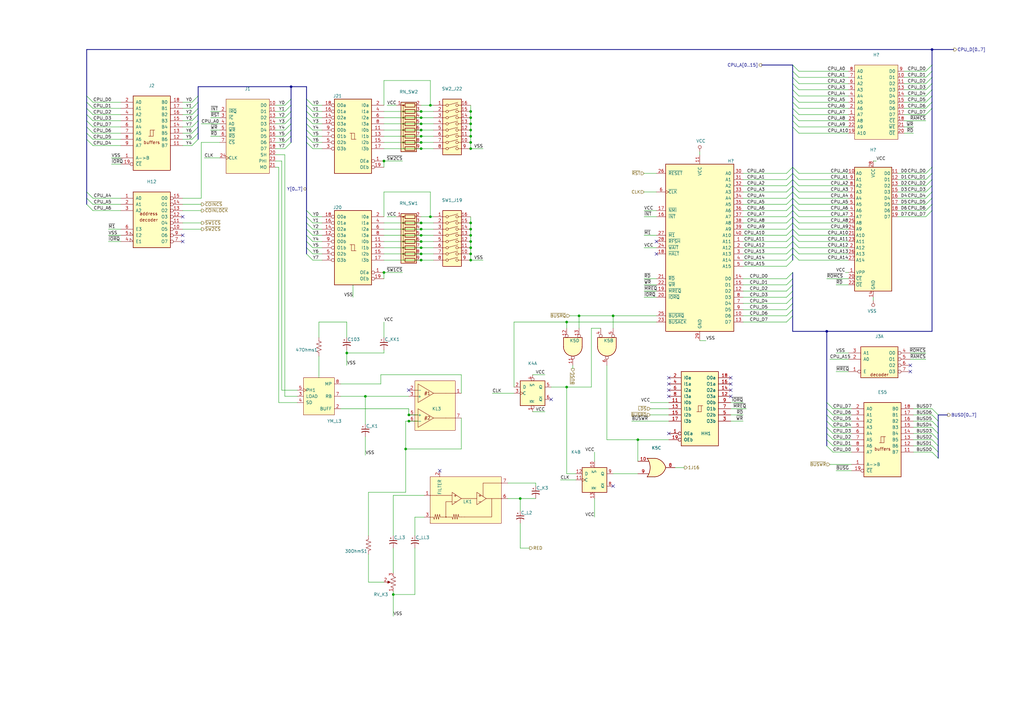
<source format=kicad_sch>
(kicad_sch (version 20211123) (generator eeschema)
  (paper "A3")
  (title_block (title "Kyukyoku Tiger -Bootleg-") (date "2022-04-29") (rev "J. Tejada") (company "JOTEGO") (comment 1 "JOTEGO"))
  (junction (at 149.86 162.56))
  (junction (at 213.36 204.47))
  (junction (at 172.72 104.14))
  (junction (at 193.04 104.14))
  (junction (at 193.04 53.34))
  (junction (at 167.7162 172.72))
  (junction (at 172.72 91.44))
  (junction (at 193.04 91.44))
  (junction (at 251.46 129.54))
  (junction (at 161.29 243.84))
  (junction (at 172.72 48.26))
  (junction (at 157.48 66.04))
  (junction (at 172.72 60.96))
  (junction (at 172.72 96.52))
  (junction (at 193.04 55.88))
  (junction (at 261.62 180.34))
  (junction (at 167.7162 170.18))
  (junction (at 172.72 58.42))
  (junction (at 193.04 106.68))
  (junction (at 142.24 144.78))
  (junction (at 172.72 55.88))
  (junction (at 193.04 99.06))
  (junction (at 193.04 45.72))
  (junction (at 172.72 93.98))
  (junction (at 172.72 99.06))
  (junction (at 166.37 184.15))
  (junction (at 172.72 106.68))
  (junction (at 176.53 88.9))
  (junction (at 193.04 50.8))
  (junction (at 119.38 35.56))
  (junction (at 172.72 50.8))
  (junction (at 193.04 96.52))
  (junction (at 172.72 45.72))
  (junction (at 193.04 93.98))
  (junction (at 193.04 58.42))
  (junction (at 193.04 101.6))
  (junction (at 172.72 53.34))
  (junction (at 232.41 132.08))
  (junction (at 232.41 158.75))
  (junction (at 237.49 129.54))
  (junction (at 172.72 101.6))
  (junction (at 193.04 48.26))
  (junction (at 176.53 43.18))
  (junction (at 157.48 111.76))
  (junction (at 339.09 135.89))
  (junction (at 193.04 60.96))
  (junction (at 382.27 20.32))
  (no_connect (at 274.32 157.48))
  (no_connect (at 373.38 152.4))
  (no_connect (at 373.38 149.86))
  (no_connect (at 299.72 162.56))
  (no_connect (at 251.46 199.39))
  (no_connect (at 299.72 157.48))
  (no_connect (at 269.24 99.06))
  (no_connect (at 274.32 177.8))
  (no_connect (at 269.24 104.14))
  (no_connect (at 226.06 163.83))
  (no_connect (at 274.32 162.56))
  (no_connect (at 167.64 160.02))
  (no_connect (at 74.93 99.06))
  (no_connect (at 74.93 96.52))
  (no_connect (at 180.34 193.04))
  (no_connect (at 274.32 160.02))
  (no_connect (at 299.72 154.94))
  (no_connect (at 274.32 154.94))
  (no_connect (at 299.72 160.02))
  (no_connect (at 74.93 88.9))
  (bus_entry (at 325.12 81.28) (size -2.54 2.54))
  (bus_entry (at 325.12 111.76) (size -2.54 2.54))
  (bus_entry (at 339.09 170.18) (size 2.54 2.54))
  (bus_entry (at 125.73 86.36) (size 2.54 2.54))
  (bus_entry (at 325.12 91.44) (size -2.54 2.54))
  (bus_entry (at 325.12 88.9) (size -2.54 2.54))
  (bus_entry (at 325.12 114.3) (size -2.54 2.54))
  (bus_entry (at 382.27 185.42) (size 2.54 2.54))
  (bus_entry (at 382.27 83.82) (size -2.54 2.54))
  (bus_entry (at 119.38 45.72) (size -2.54 2.54))
  (bus_entry (at 35.56 78.74) (size 2.54 2.54))
  (bus_entry (at 125.73 40.64) (size 2.54 2.54))
  (bus_entry (at 339.09 165.1) (size 2.54 2.54))
  (bus_entry (at 325.12 44.45) (size 2.54 2.54))
  (bus_entry (at 325.12 101.6) (size -2.54 2.54))
  (bus_entry (at 325.12 68.58) (size -2.54 2.54))
  (bus_entry (at 325.12 78.74) (size -2.54 2.54))
  (bus_entry (at 125.73 104.14) (size 2.54 2.54))
  (bus_entry (at 81.28 41.91) (size -2.54 2.54))
  (bus_entry (at 382.27 170.18) (size 2.54 2.54))
  (bus_entry (at 325.12 68.58) (size 2.54 2.54))
  (bus_entry (at 325.12 91.44) (size 2.54 2.54))
  (bus_entry (at 35.56 39.37) (size 2.54 2.54))
  (bus_entry (at 382.27 73.66) (size -2.54 2.54))
  (bus_entry (at 325.12 127) (size -2.54 2.54))
  (bus_entry (at 325.12 101.6) (size 2.54 2.54))
  (bus_entry (at 325.12 49.53) (size 2.54 2.54))
  (bus_entry (at 325.12 121.92) (size -2.54 2.54))
  (bus_entry (at 325.12 31.75) (size 2.54 2.54))
  (bus_entry (at 325.12 86.36) (size 2.54 2.54))
  (bus_entry (at 35.56 81.28) (size 2.54 2.54))
  (bus_entry (at 325.12 83.82) (size -2.54 2.54))
  (bus_entry (at 325.12 106.68) (size -2.54 2.54))
  (bus_entry (at 119.38 43.18) (size -2.54 2.54))
  (bus_entry (at 325.12 34.29) (size 2.54 2.54))
  (bus_entry (at 382.27 31.75) (size -2.54 2.54))
  (bus_entry (at 125.73 48.26) (size 2.54 2.54))
  (bus_entry (at 81.28 44.45) (size -2.54 2.54))
  (bus_entry (at 382.27 26.67) (size -2.54 2.54))
  (bus_entry (at 119.38 58.42) (size -2.54 2.54))
  (bus_entry (at 325.12 78.74) (size 2.54 2.54))
  (bus_entry (at 382.27 76.2) (size -2.54 2.54))
  (bus_entry (at 35.56 52.07) (size 2.54 2.54))
  (bus_entry (at 325.12 29.21) (size 2.54 2.54))
  (bus_entry (at 325.12 99.06) (size -2.54 2.54))
  (bus_entry (at 325.12 96.52) (size 2.54 2.54))
  (bus_entry (at 81.28 57.15) (size -2.54 2.54))
  (bus_entry (at 382.27 68.58) (size -2.54 2.54))
  (bus_entry (at 325.12 99.06) (size 2.54 2.54))
  (bus_entry (at 382.27 36.83) (size -2.54 2.54))
  (bus_entry (at 81.28 49.53) (size -2.54 2.54))
  (bus_entry (at 35.56 54.61) (size 2.54 2.54))
  (bus_entry (at 325.12 76.2) (size 2.54 2.54))
  (bus_entry (at 325.12 86.36) (size -2.54 2.54))
  (bus_entry (at 325.12 71.12) (size -2.54 2.54))
  (bus_entry (at 382.27 34.29) (size -2.54 2.54))
  (bus_entry (at 325.12 73.66) (size -2.54 2.54))
  (bus_entry (at 339.09 177.8) (size 2.54 2.54))
  (bus_entry (at 325.12 71.12) (size 2.54 2.54))
  (bus_entry (at 325.12 39.37) (size 2.54 2.54))
  (bus_entry (at 325.12 104.14) (size -2.54 2.54))
  (bus_entry (at 382.27 41.91) (size -2.54 2.54))
  (bus_entry (at 125.73 101.6) (size 2.54 2.54))
  (bus_entry (at 382.27 86.36) (size -2.54 2.54))
  (bus_entry (at 119.38 50.8) (size -2.54 2.54))
  (bus_entry (at 325.12 52.07) (size 2.54 2.54))
  (bus_entry (at 382.27 180.34) (size 2.54 2.54))
  (bus_entry (at 382.27 71.12) (size -2.54 2.54))
  (bus_entry (at 81.28 39.37) (size -2.54 2.54))
  (bus_entry (at 325.12 129.54) (size -2.54 2.54))
  (bus_entry (at 125.73 91.44) (size 2.54 2.54))
  (bus_entry (at 325.12 36.83) (size 2.54 2.54))
  (bus_entry (at 35.56 57.15) (size 2.54 2.54))
  (bus_entry (at 35.56 83.82) (size 2.54 2.54))
  (bus_entry (at 125.73 53.34) (size 2.54 2.54))
  (bus_entry (at 325.12 124.46) (size -2.54 2.54))
  (bus_entry (at 125.73 55.88) (size 2.54 2.54))
  (bus_entry (at 382.27 177.8) (size 2.54 2.54))
  (bus_entry (at 325.12 83.82) (size 2.54 2.54))
  (bus_entry (at 125.73 99.06) (size 2.54 2.54))
  (bus_entry (at 325.12 73.66) (size 2.54 2.54))
  (bus_entry (at 325.12 46.99) (size 2.54 2.54))
  (bus_entry (at 81.28 46.99) (size -2.54 2.54))
  (bus_entry (at 325.12 88.9) (size 2.54 2.54))
  (bus_entry (at 125.73 58.42) (size 2.54 2.54))
  (bus_entry (at 339.09 180.34) (size 2.54 2.54))
  (bus_entry (at 325.12 93.98) (size -2.54 2.54))
  (bus_entry (at 119.38 40.64) (size -2.54 2.54))
  (bus_entry (at 325.12 41.91) (size 2.54 2.54))
  (bus_entry (at 382.27 175.26) (size 2.54 2.54))
  (bus_entry (at 119.38 53.34) (size -2.54 2.54))
  (bus_entry (at 125.73 50.8) (size 2.54 2.54))
  (bus_entry (at 325.12 96.52) (size -2.54 2.54))
  (bus_entry (at 325.12 104.14) (size 2.54 2.54))
  (bus_entry (at 382.27 172.72) (size 2.54 2.54))
  (bus_entry (at 35.56 49.53) (size 2.54 2.54))
  (bus_entry (at 325.12 26.67) (size 2.54 2.54))
  (bus_entry (at 339.09 182.88) (size 2.54 2.54))
  (bus_entry (at 325.12 81.28) (size 2.54 2.54))
  (bus_entry (at 339.09 175.26) (size 2.54 2.54))
  (bus_entry (at 382.27 81.28) (size -2.54 2.54))
  (bus_entry (at 325.12 76.2) (size -2.54 2.54))
  (bus_entry (at 125.73 43.18) (size 2.54 2.54))
  (bus_entry (at 382.27 44.45) (size -2.54 2.54))
  (bus_entry (at 325.12 116.84) (size -2.54 2.54))
  (bus_entry (at 125.73 96.52) (size 2.54 2.54))
  (bus_entry (at 35.56 41.91) (size 2.54 2.54))
  (bus_entry (at 125.73 88.9) (size 2.54 2.54))
  (bus_entry (at 382.27 39.37) (size -2.54 2.54))
  (bus_entry (at 35.56 46.99) (size 2.54 2.54))
  (bus_entry (at 125.73 93.98) (size 2.54 2.54))
  (bus_entry (at 382.27 167.64) (size 2.54 2.54))
  (bus_entry (at 325.12 119.38) (size -2.54 2.54))
  (bus_entry (at 125.73 45.72) (size 2.54 2.54))
  (bus_entry (at 325.12 93.98) (size 2.54 2.54))
  (bus_entry (at 339.09 172.72) (size 2.54 2.54))
  (bus_entry (at 382.27 182.88) (size 2.54 2.54))
  (bus_entry (at 119.38 48.26) (size -2.54 2.54))
  (bus_entry (at 35.56 44.45) (size 2.54 2.54))
  (bus_entry (at 382.27 78.74) (size -2.54 2.54))
  (bus_entry (at 81.28 54.61) (size -2.54 2.54))
  (bus_entry (at 382.27 29.21) (size -2.54 2.54))
  (bus_entry (at 339.09 167.64) (size 2.54 2.54))
  (bus_entry (at 81.28 52.07) (size -2.54 2.54))
  (bus_entry (at 119.38 55.88) (size -2.54 2.54))
  (bus (pts (xy 119.38 43.18) (xy 119.38 45.72)))
  (wire (pts (xy 38.1 44.45) (xy 49.53 44.45)))
  (wire (pts (xy 38.1 86.36) (xy 49.53 86.36)))
  (wire (pts (xy 382.27 175.26) (xy 374.65 175.26)))
  (bus (pts (xy 382.27 81.28) (xy 382.27 83.82)))
  (bus (pts (xy 35.56 39.37) (xy 35.56 41.91)))
  (wire (pts (xy 327.66 52.07) (xy 347.98 52.07)))
  (bus (pts (xy 125.73 91.44) (xy 125.73 93.98)))
  (bus (pts (xy 325.12 39.37) (xy 325.12 41.91)))
  (wire (pts (xy 193.04 96.52) (xy 193.04 93.98)))
  (wire (pts (xy 379.73 147.32) (xy 373.38 147.32)))
  (bus (pts (xy 81.28 44.45) (xy 81.28 46.99)))
  (wire (pts (xy 74.93 81.28) (xy 82.55 81.28)))
  (bus (pts (xy 125.73 55.88) (xy 125.73 58.42)))
  (wire (pts (xy 304.8 114.3) (xy 322.58 114.3)))
  (wire (pts (xy 157.48 144.78) (xy 142.24 144.78)))
  (wire (pts (xy 142.24 143.51) (xy 142.24 144.78)))
  (wire (pts (xy 167.64 170.18) (xy 167.7162 170.18)))
  (wire (pts (xy 173.99 212.09) (xy 170.18 212.09)))
  (bus (pts (xy 125.73 35.56) (xy 125.73 40.64)))
  (wire (pts (xy 157.48 48.26) (xy 172.72 48.26)))
  (bus (pts (xy 325.12 81.28) (xy 325.12 83.82)))
  (bus (pts (xy 325.12 36.83) (xy 325.12 39.37)))
  (wire (pts (xy 304.8 129.54) (xy 322.58 129.54)))
  (wire (pts (xy 269.24 114.3) (xy 264.16 114.3)))
  (wire (pts (xy 139.7 167.64) (xy 167.64 167.64)))
  (wire (pts (xy 304.8 93.98) (xy 322.58 93.98)))
  (wire (pts (xy 341.63 175.26) (xy 349.25 175.26)))
  (wire (pts (xy 327.66 101.6) (xy 347.98 101.6)))
  (wire (pts (xy 327.66 83.82) (xy 347.98 83.82)))
  (bus (pts (xy 125.73 96.52) (xy 125.73 99.06)))
  (wire (pts (xy 38.1 57.15) (xy 49.53 57.15)))
  (wire (pts (xy 38.1 46.99) (xy 49.53 46.99)))
  (wire (pts (xy 219.71 198.12) (xy 219.71 199.39)))
  (bus (pts (xy 325.12 91.44) (xy 325.12 93.98)))
  (wire (pts (xy 261.62 180.34) (xy 248.92 180.34)))
  (wire (pts (xy 172.72 91.44) (xy 177.8 91.44)))
  (wire (pts (xy 213.36 224.79) (xy 217.17 224.79)))
  (wire (pts (xy 248.92 180.34) (xy 248.92 149.86)))
  (bus (pts (xy 325.12 52.07) (xy 325.12 68.58)))
  (wire (pts (xy 304.8 132.08) (xy 322.58 132.08)))
  (wire (pts (xy 193.04 106.68) (xy 198.12 106.68)))
  (wire (pts (xy 379.73 41.91) (xy 370.84 41.91)))
  (wire (pts (xy 170.18 243.84) (xy 161.29 243.84)))
  (wire (pts (xy 114.3 68.58) (xy 114.3 165.1)))
  (wire (pts (xy 38.1 52.07) (xy 49.53 52.07)))
  (wire (pts (xy 370.84 54.61) (xy 374.65 54.61)))
  (wire (pts (xy 341.63 177.8) (xy 349.25 177.8)))
  (wire (pts (xy 113.03 43.18) (xy 116.84 43.18)))
  (wire (pts (xy 374.65 177.8) (xy 382.27 177.8)))
  (wire (pts (xy 304.8 91.44) (xy 322.58 91.44)))
  (bus (pts (xy 125.73 45.72) (xy 125.73 48.26)))
  (wire (pts (xy 116.84 45.72) (xy 113.03 45.72)))
  (wire (pts (xy 269.24 71.12) (xy 264.16 71.12)))
  (wire (pts (xy 379.73 83.82) (xy 368.3 83.82)))
  (wire (pts (xy 172.72 48.26) (xy 177.8 48.26)))
  (wire (pts (xy 38.1 41.91) (xy 49.53 41.91)))
  (wire (pts (xy 128.27 60.96) (xy 132.08 60.96)))
  (wire (pts (xy 132.08 43.18) (xy 128.27 43.18)))
  (wire (pts (xy 269.24 96.52) (xy 264.16 96.52)))
  (wire (pts (xy 166.37 172.72) (xy 167.7162 172.72)))
  (wire (pts (xy 327.66 91.44) (xy 347.98 91.44)))
  (wire (pts (xy 304.8 104.14) (xy 322.58 104.14)))
  (wire (pts (xy 242.57 134.62) (xy 246.38 134.62)))
  (bus (pts (xy 325.12 26.67) (xy 312.42 26.67)))
  (wire (pts (xy 90.17 48.26) (xy 86.36 48.26)))
  (wire (pts (xy 142.24 144.78) (xy 142.24 149.86)))
  (wire (pts (xy 166.37 184.15) (xy 189.23 184.15)))
  (wire (pts (xy 236.22 194.31) (xy 232.41 194.31)))
  (bus (pts (xy 325.12 68.58) (xy 325.12 71.12)))
  (wire (pts (xy 327.66 31.75) (xy 347.98 31.75)))
  (wire (pts (xy 176.53 78.74) (xy 176.53 88.9)))
  (bus (pts (xy 125.73 48.26) (xy 125.73 50.8)))
  (bus (pts (xy 325.12 119.38) (xy 325.12 121.92)))
  (wire (pts (xy 172.72 101.6) (xy 177.8 101.6)))
  (bus (pts (xy 382.27 76.2) (xy 382.27 78.74)))
  (bus (pts (xy 81.28 46.99) (xy 81.28 49.53)))
  (wire (pts (xy 128.27 91.44) (xy 132.08 91.44)))
  (bus (pts (xy 384.81 182.88) (xy 384.81 185.42)))
  (wire (pts (xy 189.23 153.67) (xy 189.23 161.29)))
  (wire (pts (xy 274.32 172.72) (xy 259.08 172.72)))
  (wire (pts (xy 304.8 99.06) (xy 322.58 99.06)))
  (wire (pts (xy 304.8 127) (xy 322.58 127)))
  (wire (pts (xy 74.93 83.82) (xy 82.55 83.82)))
  (bus (pts (xy 382.27 86.36) (xy 382.27 135.89)))
  (wire (pts (xy 157.48 111.76) (xy 157.48 114.3)))
  (wire (pts (xy 304.8 71.12) (xy 322.58 71.12)))
  (wire (pts (xy 115.57 66.04) (xy 113.03 66.04)))
  (wire (pts (xy 128.27 106.68) (xy 132.08 106.68)))
  (bus (pts (xy 81.28 35.56) (xy 81.28 39.37)))
  (wire (pts (xy 49.53 64.77) (xy 45.72 64.77)))
  (bus (pts (xy 325.12 44.45) (xy 325.12 46.99)))
  (bus (pts (xy 325.12 124.46) (xy 325.12 127)))
  (wire (pts (xy 341.63 180.34) (xy 349.25 180.34)))
  (bus (pts (xy 325.12 111.76) (xy 325.12 114.3)))
  (wire (pts (xy 157.48 33.02) (xy 176.53 33.02)))
  (wire (pts (xy 139.7 157.48) (xy 156.21 157.48)))
  (wire (pts (xy 213.36 214.63) (xy 213.36 224.79)))
  (bus (pts (xy 384.81 172.72) (xy 384.81 175.26)))
  (wire (pts (xy 327.66 29.21) (xy 347.98 29.21)))
  (wire (pts (xy 210.82 158.75) (xy 210.82 132.08)))
  (wire (pts (xy 237.49 129.54) (xy 251.46 129.54)))
  (wire (pts (xy 132.08 53.34) (xy 128.27 53.34)))
  (wire (pts (xy 86.36 55.88) (xy 90.17 55.88)))
  (bus (pts (xy 125.73 53.34) (xy 125.73 55.88)))
  (wire (pts (xy 157.48 96.52) (xy 172.72 96.52)))
  (wire (pts (xy 368.3 76.2) (xy 379.73 76.2)))
  (bus (pts (xy 35.56 81.28) (xy 35.56 83.82)))
  (bus (pts (xy 382.27 39.37) (xy 382.27 41.91)))
  (wire (pts (xy 327.66 49.53) (xy 347.98 49.53)))
  (wire (pts (xy 193.04 104.14) (xy 193.04 106.68)))
  (wire (pts (xy 304.8 109.22) (xy 322.58 109.22)))
  (wire (pts (xy 379.73 78.74) (xy 368.3 78.74)))
  (wire (pts (xy 156.21 157.48) (xy 156.21 153.67)))
  (wire (pts (xy 327.66 71.12) (xy 347.98 71.12)))
  (bus (pts (xy 325.12 31.75) (xy 325.12 34.29)))
  (bus (pts (xy 35.56 46.99) (xy 35.56 49.53)))
  (bus (pts (xy 325.12 86.36) (xy 325.12 88.9)))
  (bus (pts (xy 339.09 177.8) (xy 339.09 180.34)))
  (wire (pts (xy 327.66 86.36) (xy 347.98 86.36)))
  (wire (pts (xy 327.66 106.68) (xy 347.98 106.68)))
  (bus (pts (xy 81.28 39.37) (xy 81.28 41.91)))
  (wire (pts (xy 172.72 43.18) (xy 176.53 43.18)))
  (wire (pts (xy 304.8 86.36) (xy 322.58 86.36)))
  (bus (pts (xy 35.56 20.32) (xy 35.56 39.37)))
  (wire (pts (xy 274.32 167.64) (xy 266.7 167.64)))
  (wire (pts (xy 232.41 132.08) (xy 232.41 134.62)))
  (wire (pts (xy 304.8 106.68) (xy 322.58 106.68)))
  (wire (pts (xy 368.3 71.12) (xy 379.73 71.12)))
  (bus (pts (xy 35.56 41.91) (xy 35.56 44.45)))
  (wire (pts (xy 172.72 53.34) (xy 177.8 53.34)))
  (wire (pts (xy 132.08 93.98) (xy 128.27 93.98)))
  (bus (pts (xy 125.73 88.9) (xy 125.73 91.44)))
  (wire (pts (xy 374.65 182.88) (xy 382.27 182.88)))
  (wire (pts (xy 327.66 93.98) (xy 347.98 93.98)))
  (wire (pts (xy 157.48 104.14) (xy 172.72 104.14)))
  (wire (pts (xy 379.73 31.75) (xy 370.84 31.75)))
  (wire (pts (xy 306.07 167.64) (xy 299.72 167.64)))
  (bus (pts (xy 325.12 93.98) (xy 325.12 96.52)))
  (wire (pts (xy 142.24 132.08) (xy 142.24 138.43)))
  (wire (pts (xy 166.37 172.72) (xy 166.37 184.15)))
  (wire (pts (xy 157.48 60.96) (xy 172.72 60.96)))
  (bus (pts (xy 81.28 41.91) (xy 81.28 44.45)))
  (wire (pts (xy 269.24 78.74) (xy 264.16 78.74)))
  (wire (pts (xy 176.53 33.02) (xy 176.53 43.18)))
  (bus (pts (xy 325.12 99.06) (xy 325.12 101.6)))
  (wire (pts (xy 128.27 55.88) (xy 132.08 55.88)))
  (wire (pts (xy 327.66 39.37) (xy 347.98 39.37)))
  (bus (pts (xy 382.27 71.12) (xy 382.27 73.66)))
  (wire (pts (xy 113.03 68.58) (xy 114.3 68.58)))
  (bus (pts (xy 325.12 71.12) (xy 325.12 73.66)))
  (wire (pts (xy 193.04 60.96) (xy 198.12 60.96)))
  (wire (pts (xy 132.08 104.14) (xy 128.27 104.14)))
  (bus (pts (xy 119.38 53.34) (xy 119.38 55.88)))
  (bus (pts (xy 325.12 26.67) (xy 325.12 29.21)))
  (wire (pts (xy 382.27 170.18) (xy 374.65 170.18)))
  (wire (pts (xy 299.72 170.18) (xy 304.8 170.18)))
  (wire (pts (xy 370.84 34.29) (xy 379.73 34.29)))
  (wire (pts (xy 157.48 99.06) (xy 172.72 99.06)))
  (bus (pts (xy 382.27 34.29) (xy 382.27 36.83)))
  (wire (pts (xy 193.04 104.14) (xy 193.04 101.6)))
  (wire (pts (xy 172.72 104.14) (xy 177.8 104.14)))
  (wire (pts (xy 304.8 101.6) (xy 322.58 101.6)))
  (wire (pts (xy 379.73 73.66) (xy 368.3 73.66)))
  (wire (pts (xy 213.36 204.47) (xy 213.36 209.55)))
  (wire (pts (xy 261.62 194.31) (xy 251.46 194.31)))
  (bus (pts (xy 382.27 20.32) (xy 35.56 20.32)))
  (wire (pts (xy 157.48 101.6) (xy 172.72 101.6)))
  (wire (pts (xy 74.93 91.44) (xy 82.55 91.44)))
  (wire (pts (xy 304.8 121.92) (xy 322.58 121.92)))
  (wire (pts (xy 78.74 54.61) (xy 74.93 54.61)))
  (wire (pts (xy 327.66 44.45) (xy 347.98 44.45)))
  (bus (pts (xy 382.27 41.91) (xy 382.27 44.45)))
  (bus (pts (xy 325.12 88.9) (xy 325.12 91.44)))
  (bus (pts (xy 125.73 101.6) (xy 125.73 104.14)))
  (wire (pts (xy 304.8 76.2) (xy 322.58 76.2)))
  (wire (pts (xy 243.84 212.09) (xy 243.84 204.47)))
  (wire (pts (xy 82.55 50.8) (xy 90.17 50.8)))
  (wire (pts (xy 287.02 62.23) (xy 287.02 63.5)))
  (bus (pts (xy 35.56 54.61) (xy 35.56 57.15)))
  (wire (pts (xy 157.48 53.34) (xy 172.72 53.34)))
  (wire (pts (xy 113.03 58.42) (xy 116.84 58.42)))
  (wire (pts (xy 176.53 43.18) (xy 177.8 43.18)))
  (wire (pts (xy 327.66 54.61) (xy 347.98 54.61)))
  (wire (pts (xy 379.73 88.9) (xy 368.3 88.9)))
  (wire (pts (xy 218.44 153.67) (xy 223.52 153.67)))
  (bus (pts (xy 382.27 36.83) (xy 382.27 39.37)))
  (wire (pts (xy 232.41 158.75) (xy 232.41 194.31)))
  (wire (pts (xy 157.48 138.43) (xy 157.48 132.08)))
  (wire (pts (xy 114.3 165.1) (xy 121.92 165.1)))
  (wire (pts (xy 38.1 83.82) (xy 49.53 83.82)))
  (wire (pts (xy 167.7162 172.72) (xy 171.45 172.72)))
  (wire (pts (xy 304.8 88.9) (xy 322.58 88.9)))
  (wire (pts (xy 128.27 45.72) (xy 132.08 45.72)))
  (wire (pts (xy 299.72 165.1) (xy 304.8 165.1)))
  (wire (pts (xy 261.62 189.23) (xy 261.62 180.34)))
  (bus (pts (xy 81.28 52.07) (xy 81.28 54.61)))
  (wire (pts (xy 116.84 60.96) (xy 113.03 60.96)))
  (wire (pts (xy 149.86 162.56) (xy 167.64 162.56)))
  (wire (pts (xy 166.37 184.15) (xy 166.37 201.93)))
  (wire (pts (xy 193.04 48.26) (xy 193.04 45.72)))
  (wire (pts (xy 368.3 86.36) (xy 379.73 86.36)))
  (wire (pts (xy 201.93 161.29) (xy 210.82 161.29)))
  (wire (pts (xy 90.17 53.34) (xy 86.36 53.34)))
  (wire (pts (xy 157.48 88.9) (xy 157.48 78.74)))
  (wire (pts (xy 266.7 170.18) (xy 274.32 170.18)))
  (wire (pts (xy 251.46 134.62) (xy 251.46 129.54)))
  (wire (pts (xy 327.66 46.99) (xy 347.98 46.99)))
  (bus (pts (xy 35.56 78.74) (xy 35.56 81.28)))
  (wire (pts (xy 341.63 185.42) (xy 349.25 185.42)))
  (bus (pts (xy 384.81 177.8) (xy 384.81 180.34)))
  (wire (pts (xy 128.27 50.8) (xy 132.08 50.8)))
  (wire (pts (xy 162.56 88.9) (xy 158.75 88.9)))
  (wire (pts (xy 304.8 81.28) (xy 322.58 81.28)))
  (wire (pts (xy 341.63 182.88) (xy 349.25 182.88)))
  (wire (pts (xy 347.98 152.4) (xy 342.9 152.4)))
  (wire (pts (xy 347.98 114.3) (xy 339.09 114.3)))
  (wire (pts (xy 327.66 36.83) (xy 347.98 36.83)))
  (wire (pts (xy 269.24 119.38) (xy 264.16 119.38)))
  (bus (pts (xy 119.38 45.72) (xy 119.38 48.26)))
  (bus (pts (xy 384.81 170.18) (xy 384.81 172.72)))
  (bus (pts (xy 119.38 55.88) (xy 119.38 58.42)))
  (wire (pts (xy 172.72 55.88) (xy 177.8 55.88)))
  (wire (pts (xy 74.93 86.36) (xy 82.55 86.36)))
  (wire (pts (xy 149.86 179.07) (xy 149.86 186.69)))
  (wire (pts (xy 113.03 53.34) (xy 116.84 53.34)))
  (bus (pts (xy 325.12 41.91) (xy 325.12 44.45)))
  (wire (pts (xy 157.48 111.76) (xy 165.1 111.76)))
  (wire (pts (xy 157.48 45.72) (xy 172.72 45.72)))
  (wire (pts (xy 269.24 88.9) (xy 264.16 88.9)))
  (wire (pts (xy 82.55 58.42) (xy 90.17 58.42)))
  (wire (pts (xy 382.27 185.42) (xy 374.65 185.42)))
  (wire (pts (xy 172.72 99.06) (xy 177.8 99.06)))
  (wire (pts (xy 219.71 204.47) (xy 213.36 204.47)))
  (wire (pts (xy 132.08 58.42) (xy 128.27 58.42)))
  (bus (pts (xy 382.27 26.67) (xy 382.27 29.21)))
  (bus (pts (xy 119.38 48.26) (xy 119.38 50.8)))
  (wire (pts (xy 193.04 93.98) (xy 193.04 91.44)))
  (wire (pts (xy 382.27 180.34) (xy 374.65 180.34)))
  (bus (pts (xy 125.73 58.42) (xy 125.73 86.36)))
  (wire (pts (xy 374.65 172.72) (xy 382.27 172.72)))
  (wire (pts (xy 327.66 78.74) (xy 347.98 78.74)))
  (wire (pts (xy 304.8 116.84) (xy 322.58 116.84)))
  (bus (pts (xy 325.12 76.2) (xy 325.12 78.74)))
  (bus (pts (xy 382.27 44.45) (xy 382.27 68.58)))
  (wire (pts (xy 128.27 96.52) (xy 132.08 96.52)))
  (wire (pts (xy 172.72 93.98) (xy 177.8 93.98)))
  (wire (pts (xy 157.48 66.04) (xy 157.48 68.58)))
  (wire (pts (xy 116.84 63.5) (xy 116.84 162.56)))
  (wire (pts (xy 327.66 96.52) (xy 347.98 96.52)))
  (wire (pts (xy 304.8 96.52) (xy 322.58 96.52)))
  (bus (pts (xy 325.12 46.99) (xy 325.12 49.53)))
  (wire (pts (xy 139.7 162.56) (xy 149.86 162.56)))
  (wire (pts (xy 157.48 50.8) (xy 172.72 50.8)))
  (wire (pts (xy 157.48 66.04) (xy 165.1 66.04)))
  (wire (pts (xy 78.74 49.53) (xy 74.93 49.53)))
  (wire (pts (xy 161.29 203.2) (xy 173.99 203.2)))
  (bus (pts (xy 325.12 121.92) (xy 325.12 124.46)))
  (wire (pts (xy 157.48 106.68) (xy 172.72 106.68)))
  (bus (pts (xy 119.38 40.64) (xy 119.38 43.18)))
  (wire (pts (xy 161.29 242.57) (xy 161.29 243.84)))
  (wire (pts (xy 161.29 243.84) (xy 161.29 252.73)))
  (bus (pts (xy 125.73 99.06) (xy 125.73 101.6)))
  (wire (pts (xy 210.82 132.08) (xy 232.41 132.08)))
  (wire (pts (xy 349.25 193.04) (xy 342.9 193.04)))
  (wire (pts (xy 341.63 170.18) (xy 349.25 170.18)))
  (wire (pts (xy 132.08 88.9) (xy 128.27 88.9)))
  (wire (pts (xy 327.66 41.91) (xy 347.98 41.91)))
  (wire (pts (xy 358.14 121.92) (xy 358.14 123.19)))
  (wire (pts (xy 128.27 101.6) (xy 132.08 101.6)))
  (bus (pts (xy 81.28 54.61) (xy 81.28 57.15)))
  (wire (pts (xy 341.63 167.64) (xy 349.25 167.64)))
  (wire (pts (xy 193.04 101.6) (xy 193.04 99.06)))
  (wire (pts (xy 374.65 52.07) (xy 370.84 52.07)))
  (wire (pts (xy 90.17 64.77) (xy 83.82 64.77)))
  (bus (pts (xy 125.73 50.8) (xy 125.73 53.34)))
  (bus (pts (xy 325.12 114.3) (xy 325.12 116.84)))
  (wire (pts (xy 193.04 88.9) (xy 193.04 91.44)))
  (bus (pts (xy 125.73 35.56) (xy 119.38 35.56)))
  (wire (pts (xy 193.04 58.42) (xy 193.04 60.96)))
  (wire (pts (xy 226.06 158.75) (xy 232.41 158.75)))
  (wire (pts (xy 49.53 93.98) (xy 44.45 93.98)))
  (wire (pts (xy 130.81 138.43) (xy 130.81 132.08)))
  (wire (pts (xy 144.78 121.92) (xy 144.78 116.84)))
  (bus (pts (xy 382.27 68.58) (xy 382.27 71.12)))
  (wire (pts (xy 38.1 54.61) (xy 49.53 54.61)))
  (bus (pts (xy 125.73 40.64) (xy 125.73 43.18)))
  (bus (pts (xy 325.12 116.84) (xy 325.12 119.38)))
  (wire (pts (xy 74.93 46.99) (xy 78.74 46.99)))
  (wire (pts (xy 327.66 99.06) (xy 347.98 99.06)))
  (wire (pts (xy 347.98 116.84) (xy 342.9 116.84)))
  (bus (pts (xy 119.38 35.56) (xy 81.28 35.56)))
  (wire (pts (xy 374.65 167.64) (xy 382.27 167.64)))
  (wire (pts (xy 38.1 81.28) (xy 49.53 81.28)))
  (bus (pts (xy 125.73 93.98) (xy 125.73 96.52)))
  (wire (pts (xy 157.48 43.18) (xy 157.48 33.02)))
  (wire (pts (xy 170.18 212.09) (xy 170.18 219.71)))
  (wire (pts (xy 172.72 88.9) (xy 176.53 88.9)))
  (wire (pts (xy 223.52 168.91) (xy 218.44 168.91)))
  (wire (pts (xy 157.48 93.98) (xy 172.72 93.98)))
  (wire (pts (xy 274.32 180.34) (xy 261.62 180.34)))
  (wire (pts (xy 82.55 81.28) (xy 82.55 58.42)))
  (wire (pts (xy 276.86 191.77) (xy 280.67 191.77)))
  (wire (pts (xy 166.37 201.93) (xy 151.13 201.93)))
  (bus (pts (xy 325.12 78.74) (xy 325.12 81.28)))
  (bus (pts (xy 325.12 49.53) (xy 325.12 52.07)))
  (wire (pts (xy 113.03 48.26) (xy 116.84 48.26)))
  (wire (pts (xy 130.81 132.08) (xy 142.24 132.08)))
  (bus (pts (xy 382.27 78.74) (xy 382.27 81.28)))
  (bus (pts (xy 35.56 57.15) (xy 35.56 78.74)))
  (wire (pts (xy 379.73 36.83) (xy 370.84 36.83)))
  (wire (pts (xy 264.16 116.84) (xy 269.24 116.84)))
  (wire (pts (xy 269.24 132.08) (xy 232.41 132.08)))
  (bus (pts (xy 325.12 29.21) (xy 325.12 31.75)))
  (wire (pts (xy 237.49 134.62) (xy 237.49 129.54)))
  (wire (pts (xy 193.04 53.34) (xy 193.04 50.8)))
  (wire (pts (xy 176.53 88.9) (xy 177.8 88.9)))
  (wire (pts (xy 49.53 99.06) (xy 44.45 99.06)))
  (wire (pts (xy 116.84 162.56) (xy 121.92 162.56)))
  (wire (pts (xy 269.24 121.92) (xy 264.16 121.92)))
  (wire (pts (xy 116.84 50.8) (xy 113.03 50.8)))
  (wire (pts (xy 236.22 196.85) (xy 229.87 196.85)))
  (bus (pts (xy 35.56 44.45) (xy 35.56 46.99)))
  (bus (pts (xy 384.81 175.26) (xy 384.81 177.8)))
  (wire (pts (xy 346.71 111.76) (xy 347.98 111.76)))
  (bus (pts (xy 382.27 29.21) (xy 382.27 31.75)))
  (wire (pts (xy 115.57 66.04) (xy 115.57 160.02)))
  (wire (pts (xy 208.28 204.47) (xy 213.36 204.47)))
  (bus (pts (xy 125.73 43.18) (xy 125.73 45.72)))
  (bus (pts (xy 325.12 83.82) (xy 325.12 86.36)))
  (wire (pts (xy 167.7162 170.18) (xy 171.45 170.18)))
  (wire (pts (xy 358.14 66.04) (xy 359.41 66.04)))
  (bus (pts (xy 339.09 180.34) (xy 339.09 182.88)))
  (wire (pts (xy 269.24 86.36) (xy 264.16 86.36)))
  (wire (pts (xy 304.8 119.38) (xy 322.58 119.38)))
  (wire (pts (xy 151.13 227.33) (xy 151.13 238.76)))
  (wire (pts (xy 162.56 43.18) (xy 158.75 43.18)))
  (wire (pts (xy 327.66 73.66) (xy 347.98 73.66)))
  (wire (pts (xy 327.66 34.29) (xy 347.98 34.29)))
  (wire (pts (xy 234.95 149.86) (xy 234.95 151.13)))
  (wire (pts (xy 49.53 96.52) (xy 44.45 96.52)))
  (wire (pts (xy 172.72 50.8) (xy 177.8 50.8)))
  (bus (pts (xy 325.12 34.29) (xy 325.12 36.83)))
  (wire (pts (xy 289.56 139.7) (xy 287.02 139.7)))
  (wire (pts (xy 208.28 198.12) (xy 219.71 198.12)))
  (wire (pts (xy 304.8 83.82) (xy 322.58 83.82)))
  (bus (pts (xy 325.12 101.6) (xy 325.12 104.14)))
  (wire (pts (xy 130.81 146.05) (xy 130.81 154.94)))
  (wire (pts (xy 193.04 43.18) (xy 193.04 45.72)))
  (wire (pts (xy 327.66 81.28) (xy 347.98 81.28)))
  (wire (pts (xy 340.36 190.5) (xy 349.25 190.5)))
  (wire (pts (xy 189.23 184.15) (xy 189.23 171.45)))
  (wire (pts (xy 78.74 59.69) (xy 74.93 59.69)))
  (wire (pts (xy 151.13 201.93) (xy 151.13 219.71)))
  (bus (pts (xy 35.56 49.53) (xy 35.56 52.07)))
  (wire (pts (xy 269.24 101.6) (xy 264.16 101.6)))
  (wire (pts (xy 38.1 49.53) (xy 49.53 49.53)))
  (wire (pts (xy 161.29 224.79) (xy 161.29 234.95)))
  (wire (pts (xy 113.03 63.5) (xy 116.84 63.5)))
  (wire (pts (xy 115.57 160.02) (xy 121.92 160.02)))
  (wire (pts (xy 251.46 129.54) (xy 269.24 129.54)))
  (bus (pts (xy 81.28 49.53) (xy 81.28 52.07)))
  (wire (pts (xy 347.98 147.32) (xy 340.36 147.32)))
  (wire (pts (xy 149.86 162.56) (xy 149.86 173.99)))
  (bus (pts (xy 384.81 180.34) (xy 384.81 182.88)))
  (wire (pts (xy 161.29 203.2) (xy 161.29 219.71)))
  (bus (pts (xy 325.12 127) (xy 325.12 129.54)))
  (bus (pts (xy 382.27 31.75) (xy 382.27 34.29)))
  (bus (pts (xy 382.27 73.66) (xy 382.27 76.2)))
  (wire (pts (xy 193.04 99.06) (xy 193.04 96.52)))
  (wire (pts (xy 157.48 91.44) (xy 172.72 91.44)))
  (wire (pts (xy 157.48 58.42) (xy 172.72 58.42)))
  (wire (pts (xy 74.93 41.91) (xy 78.74 41.91)))
  (wire (pts (xy 370.84 39.37) (xy 379.73 39.37)))
  (bus (pts (xy 339.09 175.26) (xy 339.09 177.8)))
  (wire (pts (xy 327.66 76.2) (xy 347.98 76.2)))
  (bus (pts (xy 339.09 135.89) (xy 339.09 165.1)))
  (wire (pts (xy 90.17 45.72) (xy 86.36 45.72)))
  (wire (pts (xy 172.72 58.42) (xy 177.8 58.42)))
  (wire (pts (xy 327.66 104.14) (xy 347.98 104.14)))
  (wire (pts (xy 74.93 93.98) (xy 82.55 93.98)))
  (bus (pts (xy 325.12 135.89) (xy 339.09 135.89)))
  (bus (pts (xy 325.12 104.14) (xy 325.12 106.68)))
  (bus (pts (xy 125.73 86.36) (xy 125.73 88.9)))
  (wire (pts (xy 74.93 57.15) (xy 78.74 57.15)))
  (bus (pts (xy 339.09 170.18) (xy 339.09 172.72)))
  (wire (pts (xy 243.84 189.23) (xy 243.84 185.42)))
  (bus (pts (xy 325.12 96.52) (xy 325.12 99.06)))
  (wire (pts (xy 74.93 52.07) (xy 78.74 52.07)))
  (wire (pts (xy 172.72 106.68) (xy 177.8 106.68)))
  (wire (pts (xy 157.48 78.74) (xy 176.53 78.74)))
  (bus (pts (xy 119.38 50.8) (xy 119.38 53.34)))
  (wire (pts (xy 157.48 143.51) (xy 157.48 144.78)))
  (wire (pts (xy 170.18 224.79) (xy 170.18 243.84)))
  (wire (pts (xy 167.64 167.64) (xy 167.64 170.18)))
  (wire (pts (xy 157.48 238.76) (xy 151.13 238.76)))
  (wire (pts (xy 304.8 172.72) (xy 299.72 172.72)))
  (wire (pts (xy 373.38 144.78) (xy 379.73 144.78)))
  (wire (pts (xy 172.72 45.72) (xy 177.8 45.72)))
  (wire (pts (xy 341.63 172.72) (xy 349.25 172.72)))
  (bus (pts (xy 384.81 185.42) (xy 384.81 187.96)))
  (wire (pts (xy 193.04 55.88) (xy 193.04 53.34)))
  (wire (pts (xy 379.73 46.99) (xy 370.84 46.99)))
  (wire (pts (xy 78.74 44.45) (xy 74.93 44.45)))
  (wire (pts (xy 370.84 44.45) (xy 379.73 44.45)))
  (wire (pts (xy 370.84 49.53) (xy 379.73 49.53)))
  (wire (pts (xy 242.57 158.75) (xy 242.57 134.62)))
  (wire (pts (xy 368.3 81.28) (xy 379.73 81.28)))
  (bus (pts (xy 339.09 167.64) (xy 339.09 170.18)))
  (bus (pts (xy 339.09 172.72) (xy 339.09 175.26)))
  (bus (pts (xy 382.27 83.82) (xy 382.27 86.36)))
  (wire (pts (xy 304.8 73.66) (xy 322.58 73.66)))
  (bus (pts (xy 339.09 135.89) (xy 382.27 135.89)))
  (wire (pts (xy 304.8 124.46) (xy 322.58 124.46)))
  (wire (pts (xy 193.04 50.8) (xy 193.04 48.26)))
  (wire (pts (xy 233.68 129.54) (xy 237.49 129.54)))
  (bus (pts (xy 119.38 35.56) (xy 119.38 40.64)))
  (wire (pts (xy 157.48 55.88) (xy 172.72 55.88)))
  (wire (pts (xy 232.41 158.75) (xy 242.57 158.75)))
  (bus (pts (xy 35.56 52.07) (xy 35.56 54.61)))
  (wire (pts (xy 49.53 67.31) (xy 45.72 67.31)))
  (wire (pts (xy 193.04 58.42) (xy 193.04 55.88)))
  (bus (pts (xy 382.27 20.32) (xy 382.27 26.67)))
  (wire (pts (xy 38.1 59.69) (xy 49.53 59.69)))
  (bus (pts (xy 384.81 170.18) (xy 388.62 170.18)))
  (wire (pts (xy 347.98 144.78) (xy 342.9 144.78)))
  (wire (pts (xy 132.08 48.26) (xy 128.27 48.26)))
  (wire (pts (xy 370.84 29.21) (xy 379.73 29.21)))
  (wire (pts (xy 327.66 88.9) (xy 347.98 88.9)))
  (bus (pts (xy 325.12 73.66) (xy 325.12 76.2)))
  (bus (pts (xy 382.27 20.32) (xy 391.16 20.32)))
  (wire (pts (xy 116.84 55.88) (xy 113.03 55.88)))
  (wire (pts (xy 156.21 153.67) (xy 189.23 153.67)))
  (bus (pts (xy 325.12 129.54) (xy 325.12 135.89)))
  (bus (pts (xy 339.09 165.1) (xy 339.09 167.64)))
  (wire (pts (xy 266.7 165.1) (xy 274.32 165.1)))
  (wire (pts (xy 304.8 78.74) (xy 322.58 78.74)))
  (wire (pts (xy 172.72 96.52) (xy 177.8 96.52)))
  (wire (pts (xy 172.72 60.96) (xy 177.8 60.96)))
  (wire (pts (xy 132.08 99.06) (xy 128.27 99.06)))
  (label "CPU_A0" (at 347.98 71.12 180))
  (label "CPU_D5" (at 341.63 172.72 0))
  (label "Y7" (at 116.84 60.96 180))
  (label "CPU_D3" (at 379.73 36.83 180))
  (label "~{RAMCS}" (at 379.73 49.53 180))
  (label "CPU_D2" (at 379.73 76.2 180))
  (label "~{WR}" (at 86.36 53.34 0))
  (label "CPU_D1" (at 341.63 182.88 0))
  (label "CPU_A2" (at 346.71 34.29 180))
  (label "CPU_A12" (at 347.98 101.6 180))
  (label "Y4" (at 128.27 99.06 0))
  (label "~{ROMCS}" (at 339.09 114.3 0))
  (label "CPU_D6" (at 341.63 170.18 0))
  (label "VCC" (at 359.41 66.04 0))
  (label "VSS" (at 198.12 106.68 180))
  (label "D7" (at 372.11 88.9 180))
  (label "Y0" (at 128.27 43.18 0))
  (label "BUSD0" (at 382.27 185.42 180))
  (label "VCC" (at 157.48 132.08 0))
  (label "CPU_D4" (at 379.73 39.37 180))
  (label "Y7" (at 128.27 106.68 0))
  (label "VSS" (at 161.29 252.73 0))
  (label "D2" (at 372.11 76.2 180))
  (label "Y7" (at 78.74 52.07 180))
  (label "CPU_D4" (at 379.73 81.28 180))
  (label "CPU_A15" (at 340.36 147.32 0))
  (label "~{MREQ}" (at 306.07 167.64 180))
  (label "Y5" (at 116.84 55.88 180))
  (label "BUSD2" (at 382.27 180.34 180))
  (label "CPU_D3" (at 314.96 121.92 180))
  (label "CLK" (at 201.93 161.29 0))
  (label "~{INT}" (at 264.16 88.9 0))
  (label "CPU_A9" (at 347.98 93.98 180))
  (label "D6" (at 372.11 86.36 180))
  (label "VSS" (at 45.72 64.77 0))
  (label "Y5" (at 128.27 101.6 0))
  (label "CPU_A14" (at 313.69 106.68 180))
  (label "CPU_D3" (at 341.63 177.8 0))
  (label "CPU_A11" (at 313.69 99.06 180))
  (label "Y1" (at 78.74 44.45 180))
  (label "D0" (at 372.11 71.12 180))
  (label "CPU_A8" (at 347.98 91.44 180))
  (label "Y6" (at 128.27 104.14 0))
  (label "CPU_A8" (at 313.69 91.44 180))
  (label "CPU_D7" (at 314.96 132.08 180))
  (label "~{M1}" (at 264.16 96.52 0))
  (label "Y0" (at 128.27 88.9 0))
  (label "VCC" (at 346.71 111.76 180))
  (label "D4" (at 372.11 81.28 180))
  (label "Y4" (at 128.27 53.34 0))
  (label "BUSD3" (at 382.27 177.8 180))
  (label "VCC" (at 223.52 168.91 180))
  (label "CPU_D5" (at 379.73 41.91 180))
  (label "CPU_A11" (at 347.98 99.06 180))
  (label "Y2" (at 116.84 48.26 180))
  (label "CPU_A1" (at 313.69 73.66 180))
  (label "Y3" (at 128.27 96.52 0))
  (label "CPU_D3" (at 379.73 78.74 180))
  (label "BUSD4" (at 382.27 175.26 180))
  (label "CPU_D0" (at 379.73 29.21 180))
  (label "~{RD}" (at 374.65 54.61 180))
  (label "CPU_D1" (at 45.72 44.45 180))
  (label "Y5" (at 78.74 57.15 180))
  (label "CPU_A13" (at 347.98 104.14 180))
  (label "Y6" (at 116.84 58.42 180))
  (label "CPU_A6" (at 346.71 44.45 180))
  (label "CPU_D7" (at 379.73 46.99 180))
  (label "Y1" (at 128.27 91.44 0))
  (label "CPU_A13" (at 313.69 104.14 180))
  (label "CPU_D1" (at 379.73 73.66 180))
  (label "Y2" (at 128.27 48.26 0))
  (label "CPU_A10" (at 347.98 54.61 180))
  (label "Y0" (at 78.74 41.91 180))
  (label "D5" (at 372.11 83.82 180))
  (label "VSS" (at 44.45 96.52 0))
  (label "~{MREQ}" (at 342.9 152.4 0))
  (label "CPU_A6" (at 347.98 86.36 180))
  (label "VSS" (at 142.24 149.86 0))
  (label "VSS" (at 342.9 144.78 0))
  (label "CPU_A2" (at 347.98 76.2 180))
  (label "CPU_D1" (at 314.96 116.84 180))
  (label "CPU_D0" (at 45.72 41.91 180))
  (label "CLK" (at 83.82 64.77 0))
  (label "~{IORQ}" (at 304.8 165.1 180))
  (label "VCC" (at 223.52 153.67 180))
  (label "CPU_A5" (at 313.69 83.82 180))
  (label "D3" (at 372.11 78.74 180))
  (label "CPU_D5" (at 314.96 127 180))
  (label "CPU_D7" (at 341.63 167.64 0))
  (label "CPU_A3" (at 347.98 78.74 180))
  (label "CPU_A9" (at 346.71 52.07 180))
  (label "~{RST}" (at 86.36 48.26 0))
  (label "Y5" (at 128.27 55.88 0))
  (label "Y1" (at 116.84 45.72 180))
  (label "~{IORQ}" (at 45.72 67.31 0))
  (label "VCC" (at 266.7 165.1 180))
  (label "CPU_D6" (at 45.72 54.61 180))
  (label "CPU_A3" (at 346.71 36.83 180))
  (label "~{BUSWR}" (at 259.08 172.72 0))
  (label "BUSD5" (at 382.27 172.72 180))
  (label "Y6" (at 78.74 54.61 180))
  (label "CPU_D6" (at 379.73 44.45 180))
  (label "VCC" (at 243.84 185.42 180))
  (label "CPU_A14" (at 347.98 106.68 180))
  (label "CPU_D0" (at 314.96 114.3 180))
  (label "~{INT}" (at 86.36 45.72 0))
  (label "CPU_A10" (at 347.98 96.52 180))
  (label "VCC" (at 158.75 43.18 0))
  (label "~{M1}" (at 44.45 93.98 0))
  (label "~{IORQ}" (at 264.16 121.92 0))
  (label "CPU_A7" (at 346.71 46.99 180))
  (label "~{RD}" (at 304.8 170.18 180))
  (label "CPU_A5" (at 45.72 83.82 180))
  (label "CPU_D6" (at 379.73 86.36 180))
  (label "CPU_D1" (at 379.73 31.75 180))
  (label "VCC" (at 264.16 101.6 0))
  (label "Y6" (at 128.27 58.42 0))
  (label "~{BUSG}" (at 342.9 193.04 0))
  (label "CPU_A7" (at 313.69 88.9 180))
  (label "Y3" (at 78.74 49.53 180))
  (label "Y2" (at 128.27 93.98 0))
  (label "CPU_D2" (at 341.63 180.34 0))
  (label "~{WR}" (at 304.8 172.72 180))
  (label "CPU_D7" (at 379.73 88.9 180))
  (label "Y2" (at 78.74 46.99 180))
  (label "CPU_A6" (at 45.72 86.36 180))
  (label "CPU_A2" (at 313.69 76.2 180))
  (label "CPU_D6" (at 314.96 129.54 180))
  (label "CPU_D0" (at 379.73 71.12 180))
  (label "CPU_D2" (at 45.72 46.99 180))
  (label "VCC" (at 264.16 86.36 0))
  (label "~{RD}" (at 86.36 55.88 0))
  (label "CPU_D2" (at 379.73 34.29 180))
  (label "VSS" (at 198.12 60.96 180))
  (label "~{RAMCS}" (at 379.73 147.32 180))
  (label "~{WR}" (at 374.65 52.07 180))
  (label "~{SW2CS}" (at 165.1 66.04 180))
  (label "CPU_A5" (at 346.71 41.91 180))
  (label "CPU_A3" (at 313.69 78.74 180))
  (label "CPU_D4" (at 314.96 124.46 180))
  (label "BUSD7" (at 382.27 167.64 180))
  (label "CPU_A4" (at 347.98 81.28 180))
  (label "CPU_A12" (at 313.69 101.6 180))
  (label "CPU_D3" (at 45.72 49.53 180))
  (label "CPU_A4" (at 346.71 39.37 180))
  (label "VSS" (at 149.86 186.69 0))
  (label "CPU_D4" (at 341.63 175.26 0))
  (label "BUSD6" (at 382.27 170.18 180))
  (label "~{RD}" (at 342.9 116.84 0))
  (label "CPU_A0" (at 82.55 50.8 0))
  (label "CPU_A7" (at 347.98 88.9 180))
  (label "CPU_A15" (at 313.69 109.22 180))
  (label "Y3" (at 128.27 50.8 0))
  (label "CPU_A0" (at 313.69 71.12 180))
  (label "~{IORQ}" (at 44.45 99.06 0))
  (label "~{RD}" (at 264.16 114.3 0))
  (label "CPU_A8" (at 346.71 49.53 180))
  (label "Y4" (at 116.84 53.34 180))
  (label "CPU_A5" (at 347.98 83.82 180))
  (label "CLK" (at 229.87 196.85 0))
  (label "~{ROMCS}" (at 379.73 144.78 180))
  (label "CPU_D0" (at 341.63 185.42 0))
  (label "CPU_A6" (at 313.69 86.36 180))
  (label "CPU_D7" (at 45.72 52.07 180))
  (label "CPU_A4" (at 45.72 81.28 180))
  (label "VCC" (at 243.84 212.09 180))
  (label "CPU_D4" (at 45.72 59.69 180))
  (label "CPU_A10" (at 313.69 96.52 180))
  (label "CPU_A4" (at 313.69 81.28 180))
  (label "CPU_A1" (at 347.98 73.66 180))
  (label "Y7" (at 128.27 60.96 0))
  (label "CPU_D2" (at 314.96 119.38 180))
  (label "~{SW1CS}" (at 165.1 111.76 180))
  (label "VSS" (at 289.56 139.7 0))
  (label "Y1" (at 128.27 45.72 0))
  (label "VCC" (at 158.75 88.9 0))
  (label "CPU_A1" (at 346.71 31.75 180))
  (label "CPU_A9" (at 313.69 93.98 180))
  (label "~{WR}" (at 264.16 116.84 0))
  (label "Y0" (at 116.84 43.18 180))
  (label "~{MREQ}" (at 264.16 119.38 0))
  (label "D1" (at 372.11 73.66 180))
  (label "CPU_D5" (at 379.73 83.82 180))
  (label "Y3" (at 116.84 50.8 180))
  (label "CPU_A0" (at 346.71 29.21 180))
  (label "Y4" (at 78.74 59.69 180))
  (label "CPU_D5" (at 45.72 57.15 180))
  (label "BUSD1" (at 382.27 182.88 180))
  (label "VSS" (at 144.78 121.92 180))
  (hierarchical_label "~{BUSG}" (shape output) (at 234.95 151.13 270))
  (hierarchical_label "~{BUSWR}" (shape input) (at 340.36 190.5 180))
  (hierarchical_label "Y[0..7]" (shape bidirectional) (at 125.73 77.47 180))
  (hierarchical_label "CPU_D[0..7]" (shape output) (at 391.16 20.32 0))
  (hierarchical_label "~{SW1CS}" (shape output) (at 82.55 91.44 0))
  (hierarchical_label "CLK" (shape input) (at 264.16 78.74 180))
  (hierarchical_label "BUSD[0..7]" (shape output) (at 388.62 170.18 0))
  (hierarchical_label "~{BUSRQ}" (shape input) (at 233.68 129.54 180))
  (hierarchical_label "~{BUSRD}" (shape input) (at 266.7 170.18 180))
  (hierarchical_label "~{COINLOCK}" (shape output) (at 82.55 86.36 0))
  (hierarchical_label "~{COINCS}" (shape output) (at 82.55 83.82 0))
  (hierarchical_label "CPU_A[0..15]" (shape output) (at 312.42 26.67 180))
  (hierarchical_label "~{LDS}" (shape input) (at 266.7 167.64 180))
  (hierarchical_label "1J16" (shape output) (at 280.67 191.77 0))
  (hierarchical_label "~{RST}" (shape input) (at 264.16 71.12 180))
  (hierarchical_label "~{SW2CS}" (shape output) (at 82.55 93.98 0))
  (hierarchical_label "RED" (shape output) (at 217.17 224.79 0))
  (symbol (lib_id "CPU:Z80CPU") (at 287.02 101.6 0) (unit 1)
    (property "Reference" "H?" (at 299.72 66.04 0))
    (property "Datasheet" "www.zilog.com/manage_directlink.php?filepath=docs/z80/um0080" (effects hide))
  )
  (symbol (lib_id "Memory_EPROM:27256") (at 358.14 93.98 0) (unit 1)
    (property "Reference" "H?" (at 358.14 61.4426 0))
    (property "Datasheet" "http://datasheet.octopart.com/D27256-2-Intel-datasheet-17852618.pdf" (effects hide))
  )
  (symbol (lib_id "arcade:CXK5816") (at 358.14 46.99 0) (unit 1)
    (property "Reference" "H?" (at 359.41 22.479 0))
  )
  (symbol (lib_id "jt74:74LS139") (at 360.68 147.32 0) (unit 1)
    (property "Reference" "J3" (at 360.68 137.9982 0))
    (property "Datasheet" "http://www.ti.com/lit/gpn/sn74LS139" (effects hide))
  )
  (symbol (lib_id "jt74:74LS245") (at 62.23 54.61 0) (unit 1)
    (property "Reference" "J2" (at 62.23 35.1282 0))
    (property "Datasheet" "http://www.ti.com/lit/gpn/sn74LS245" (effects hide))
  )
  (symbol (lib_id "yamaha:YM3812") (at 101.6 55.88 0) (unit 1)
    (property "Reference" "J1" (at 101.6 36.449 0))
  )
  (symbol (lib_id "jt74:74LS138") (at 62.23 88.9 0) (unit 1)
    (property "Reference" "H12" (at 62.23 74.4982 0))
    (property "Datasheet" "http://www.ti.com/lit/gpn/sn74LS138" (effects hide))
  )
  (symbol (lib_id "jt74:74LS240") (at 144.78 55.88 0) (mirror y) (unit 1)
    (property "Reference" "J21" (at 138.43 39.37 0))
    (property "Datasheet" "http://www.ti.com/lit/gpn/sn74LS240" (effects hide))
  )
  (symbol (lib_id "jt74:74LS240") (at 144.78 101.6 0) (mirror y) (unit 1)
    (property "Reference" "J20" (at 138.43 85.09 0))
    (property "Datasheet" "http://www.ti.com/lit/gpn/sn74LS240" (effects hide))
  )
  (symbol (lib_id "Switch:SW_DIP_x08") (at 185.42 99.06 0) (unit 1)
    (property "Reference" "SW1_J19" (at 185.42 82.1182 0))
  )
  (symbol (lib_id "Device:R_Network08") (at 167.64 99.06 90) (mirror x) (unit 1)
    (property "Reference" "RN_SW1" (at 167.64 83.3882 90))
    (property "Datasheet" "http://www.vishay.com/docs/31509/csc.pdf" (effects hide))
  )
  (symbol (lib_id "Switch:SW_DIP_x08") (at 185.42 53.34 0) (unit 1)
    (property "Reference" "SW2_J22" (at 185.42 36.3982 0))
  )
  (symbol (lib_id "Device:R_Network08") (at 167.64 53.34 90) (mirror x) (unit 1)
    (property "Reference" "RN_SW2" (at 167.64 37.6682 90))
    (property "Datasheet" "http://www.vishay.com/docs/31509/csc.pdf" (effects hide))
  )
  (symbol (lib_id "jt74:74LS32") (at 248.92 142.24 90) (mirror x) (unit 2) (convert 2)
    (property "Reference" "K5" (at 247.65 139.7 90) (effects (justify right)))
    (property "Datasheet" "http://www.ti.com/lit/gpn/sn74LS32" (effects hide))
  )
  (symbol (lib_id "jt74:74LS32") (at 234.95 142.24 90) (mirror x) (unit 4) (convert 2)
    (property "Reference" "K5" (at 233.68 139.7 90) (effects (justify right)))
    (property "Datasheet" "http://www.ti.com/lit/gpn/sn74LS32" (effects hide))
  )
  (symbol (lib_id "jt74:74LS74") (at 218.44 161.29 0) (unit 1)
    (property "Reference" "K4" (at 218.44 149.0726 0))
    (property "Datasheet" "74xx/74hc_hct74.pdf" (effects hide))
  )
  (symbol (lib_id "jt74:74LS74") (at 243.84 196.85 0) (unit 2)
    (property "Reference" "K4" (at 236.22 185.42 0))
    (property "Datasheet" "74xx/74hc_hct74.pdf" (effects hide))
  )
  (symbol (lib_id "jt74:74LS32") (at 269.24 191.77 0) (mirror x) (unit 3)
    (property "Reference" "K5" (at 269.24 183.7182 0))
    (property "Datasheet" "http://www.ti.com/lit/gpn/sn74LS32" (effects hide))
  )
  (symbol (lib_id "jt74:74LS244") (at 287.02 167.64 0) (unit 1)
    (property "Reference" "HH1" (at 289.56 177.8 0))
    (property "Datasheet" "http://www.ti.com/lit/gpn/sn74LS244" (effects hide))
  )
  (symbol (lib_id "jt74:74LS245") (at 361.95 180.34 0) (unit 1)
    (property "Reference" "ES5" (at 361.95 160.8582 0))
    (property "Datasheet" "http://www.ti.com/lit/gpn/sn74LS245" (effects hide))
  )
  (symbol (lib_id "yamaha:YM3014") (at 129.54 166.37 0) (unit 1)
    (property "Reference" "YM_L3" (at 137.16 172.72 0))
    (property "Datasheet" "https://pdf1.alldatasheet.com/datasheet-pdf/view/1132271/YAMAHA/YM3014B.html" (effects hide))
  )
  (symbol (lib_id "hitachi:HA17558") (at 179.07 166.37 0) (unit 1)
    (property "Reference" "KL3" (at 179.07 167.64 0))
  )
  (symbol (lib_id "arcade:uPC1241H") (at 191.77 204.47 0) (unit 1)
    (property "Reference" "LK1" (at 191.77 205.74 0))
  )
  (symbol (lib_id "Device:CP1_Small") (at 157.48 140.97 0) (unit 1)
    (property "Reference" "C_KK1" (at 157.734 139.192 0) (effects (justify left)))
  )
  (symbol (lib_id "power:VCC") (at 287.02 62.23 0) (unit 1)
    (property "Reference" "#PWR022" (effects hide))
  )
  (symbol (lib_id "power:VSS") (at 358.14 123.19 180) (unit 1)
    (property "Reference" "#PWR023" (effects hide))
  )
  (symbol (lib_id "Device:CP1_Small") (at 219.71 201.93 0) (unit 1)
    (property "Reference" "C_K3" (at 219.964 200.152 0) (effects (justify left)))
  )
  (symbol (lib_id "Device:CP1_Small") (at 213.36 212.09 0) (unit 1)
    (property "Reference" "C_L2" (at 213.614 210.312 0) (effects (justify left)))
  )
  (symbol (lib_id "Device:CP1_Small") (at 170.18 222.25 0) (unit 1)
    (property "Reference" "C_LL3" (at 170.434 220.472 0) (effects (justify left)))
  )
  (symbol (lib_id "Device:CP1_Small") (at 149.86 176.53 0) (unit 1)
    (property "Reference" "C_K1" (at 150.114 174.752 0) (effects (justify left)))
  )
  (symbol (lib_id "Device:CP1_Small") (at 161.29 222.25 0) (unit 1)
    (property "Reference" "C_L3" (at 161.544 220.472 0) (effects (justify left)))
  )
  (symbol (lib_id "Device:R_US") (at 151.13 223.52 0) (mirror y) (unit 1)
    (property "Reference" "30OhmS1" (at 146.05 226.06 0))
  )
  (symbol (lib_id "Device:R_US") (at 130.81 142.24 0) (unit 1)
    (property "Reference" "47Ohms1" (at 125.73 143.51 0))
  )
  (symbol (lib_id "Device:CP1_Small") (at 142.24 140.97 0) (unit 1)
    (property "Reference" "C103" (at 142.494 139.192 0) (effects (justify left)))
  )
  (symbol (lib_id "Device:R_POT_US") (at 161.29 238.76 180) (unit 1)
    (property "Reference" "RV_K3" (at 156.21 243.84 0))
  )
)
</source>
